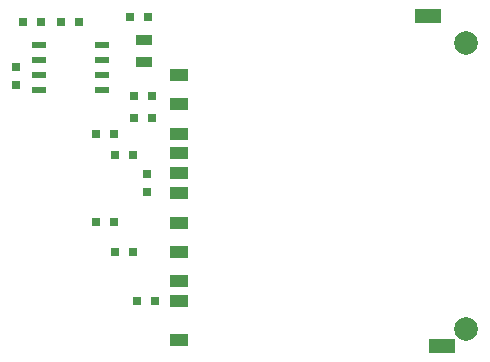
<source format=gtp>
G04 (created by PCBNEW-RS274X (2011-11-27 BZR 3249)-stable) date 21/02/2012 2:37:18 p.m.*
G01*
G70*
G90*
%MOIN*%
G04 Gerber Fmt 3.4, Leading zero omitted, Abs format*
%FSLAX34Y34*%
G04 APERTURE LIST*
%ADD10C,0.006000*%
%ADD11R,0.025000X0.031500*%
%ADD12R,0.059100X0.039400*%
%ADD13R,0.086600X0.047200*%
%ADD14C,0.078700*%
%ADD15R,0.031500X0.025000*%
%ADD16R,0.055000X0.035000*%
%ADD17R,0.045000X0.020000*%
G04 APERTURE END LIST*
G54D10*
G54D11*
X23842Y-20786D03*
X23242Y-20786D03*
G54D12*
X28465Y-26501D03*
X28465Y-27485D03*
X28465Y-28470D03*
X28465Y-29424D03*
X28465Y-30094D03*
X28465Y-31412D03*
X28465Y-25832D03*
X28465Y-25182D03*
X28465Y-22564D03*
X28465Y-23548D03*
X28465Y-24533D03*
G54D13*
X36762Y-20586D03*
X37205Y-31609D03*
G54D14*
X38032Y-31019D03*
X38032Y-21491D03*
G54D11*
X26944Y-23267D03*
X27544Y-23267D03*
X25684Y-24527D03*
X26284Y-24527D03*
X25684Y-27480D03*
X26284Y-27480D03*
G54D15*
X23031Y-22897D03*
X23031Y-22297D03*
G54D11*
X26314Y-28464D03*
X26914Y-28464D03*
X26314Y-25236D03*
X26914Y-25236D03*
X26826Y-20630D03*
X27426Y-20630D03*
X27042Y-30114D03*
X27642Y-30114D03*
G54D15*
X27386Y-26473D03*
X27386Y-25873D03*
G54D11*
X27544Y-24015D03*
X26944Y-24015D03*
X24502Y-20786D03*
X25102Y-20786D03*
G54D16*
X27283Y-21396D03*
X27283Y-22146D03*
G54D17*
X23792Y-23072D03*
X25892Y-23072D03*
X23792Y-22572D03*
X23792Y-22072D03*
X23792Y-21572D03*
X25892Y-22572D03*
X25892Y-22072D03*
X25892Y-21572D03*
M02*

</source>
